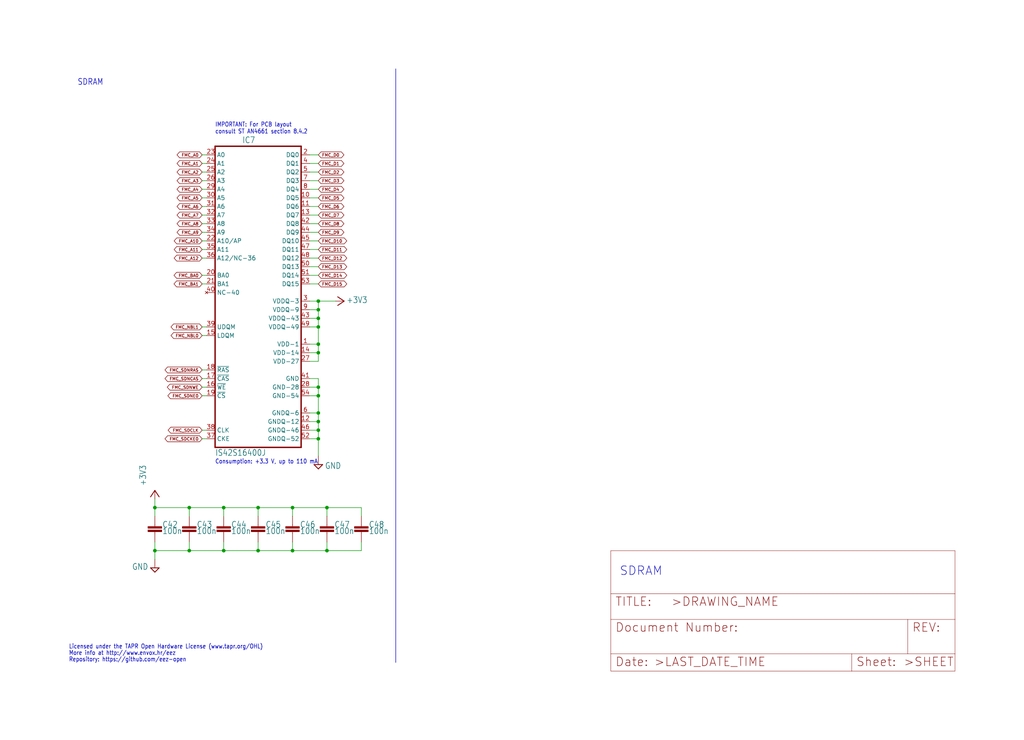
<source format=kicad_sch>
(kicad_sch (version 20230121) (generator eeschema)
  (paper "User" 302.311 218.491)
  (lib_symbols
    (symbol "EEZ_DIB_MCU_r3B4-eagle-import:+3V3" (power)
      (property "Value" "+3V3" (at -2.54 -5.08 90))
      (symbol "+3V3_1_0"
        (polyline (pts (xy 0 0) (xy -1.27 -1.905)) (stroke (width 0.254)))
        (polyline (pts (xy 1.27 -1.905) (xy 0 0)) (stroke (width 0.254)))
        (pin power_in line (at 0 -2.54 90) (length 2.54) (name "+3V3") (number "1"))
      )
    )
    (symbol "EEZ_DIB_MCU_r3B4-eagle-import:C-EUC0603"
      (property "Reference" "C" (at 1.524 0.381 0))
      (property "Value" "C-EUC0603" (at 1.524 -4.699 0))
      (symbol "C-EUC0603_1_0"
        (rectangle (start -2.032 -2.032) (end 2.032 -1.524) (fill (type outline)))
        (rectangle (start -2.032 -1.016) (end 2.032 -0.508) (fill (type outline)))
        (polyline (pts (xy 0 -2.54) (xy 0 -2.032)) (stroke (width 0.1524)))
        (polyline (pts (xy 0 0) (xy 0 -0.508)) (stroke (width 0.1524)))
        (pin passive line (at 0 2.54 270) (length 2.54) (name "1") (number "1"))
        (pin passive line (at 0 -5.08 90) (length 2.54) (name "2") (number "2"))
      )
    )
    (symbol "EEZ_DIB_MCU_r3B4-eagle-import:DINA4_L"
      (symbol "DINA4_L_1_0"
        (polyline (pts (xy 0 0) (xy 264.16 0) (xy 264.16 180.34) (xy 0 180.34) (xy 0 0)))
      )
      (symbol "DINA4_L_2_0"
        (polyline (pts (xy 0 0) (xy 0 5.08)) (stroke (width 0.1016)))
        (polyline (pts (xy 0 0) (xy 71.12 0)) (stroke (width 0.1016)))
        (polyline (pts (xy 0 5.08) (xy 0 15.24)) (stroke (width 0.1016)))
        (polyline (pts (xy 0 5.08) (xy 71.12 5.08)) (stroke (width 0.1016)))
        (polyline (pts (xy 0 15.24) (xy 0 22.86)) (stroke (width 0.1016)))
        (polyline (pts (xy 0 22.86) (xy 0 35.56)) (stroke (width 0.1016)))
        (polyline (pts (xy 0 22.86) (xy 101.6 22.86)) (stroke (width 0.1016)))
        (polyline (pts (xy 71.12 0) (xy 101.6 0)) (stroke (width 0.1016)))
        (polyline (pts (xy 71.12 5.08) (xy 71.12 0)) (stroke (width 0.1016)))
        (polyline (pts (xy 71.12 5.08) (xy 87.63 5.08)) (stroke (width 0.1016)))
        (polyline (pts (xy 87.63 5.08) (xy 101.6 5.08)) (stroke (width 0.1016)))
        (polyline (pts (xy 87.63 15.24) (xy 0 15.24)) (stroke (width 0.1016)))
        (polyline (pts (xy 87.63 15.24) (xy 87.63 5.08)) (stroke (width 0.1016)))
        (polyline (pts (xy 101.6 5.08) (xy 101.6 0)) (stroke (width 0.1016)))
        (polyline (pts (xy 101.6 15.24) (xy 87.63 15.24)) (stroke (width 0.1016)))
        (polyline (pts (xy 101.6 15.24) (xy 101.6 5.08)) (stroke (width 0.1016)))
        (polyline (pts (xy 101.6 22.86) (xy 101.6 15.24)) (stroke (width 0.1016)))
        (polyline (pts (xy 101.6 35.56) (xy 0 35.56)) (stroke (width 0.1016)))
        (polyline (pts (xy 101.6 35.56) (xy 101.6 22.86)) (stroke (width 0.1016)))
        (text ">DRAWING_NAME" (at 17.78 19.05 0) (effects (font (size 2.54 2.54)) (justify left bottom)))
        (text ">LAST_DATE_TIME" (at 12.7 1.27 0) (effects (font (size 2.54 2.54)) (justify left bottom)))
        (text ">SHEET" (at 86.36 1.27 0) (effects (font (size 2.54 2.54)) (justify left bottom)))
        (text "Date:" (at 1.27 1.27 0) (effects (font (size 2.54 2.54)) (justify left bottom)))
        (text "Document Number:" (at 1.27 11.43 0) (effects (font (size 2.54 2.54)) (justify left bottom)))
        (text "REV:" (at 88.9 11.43 0) (effects (font (size 2.54 2.54)) (justify left bottom)))
        (text "Sheet:" (at 72.39 1.27 0) (effects (font (size 2.54 2.54)) (justify left bottom)))
        (text "TITLE:" (at 1.27 19.05 0) (effects (font (size 2.54 2.54)) (justify left bottom)))
      )
    )
    (symbol "EEZ_DIB_MCU_r3B4-eagle-import:GND" (power)
      (property "Value" "GND" (at -1.905 -3.175 0))
      (symbol "GND_1_0"
        (polyline (pts (xy -1.27 0) (xy 1.27 0)) (stroke (width 0.254)))
        (polyline (pts (xy 0 -1.27) (xy -1.27 0)) (stroke (width 0.254)))
        (polyline (pts (xy 1.27 0) (xy 0 -1.27)) (stroke (width 0.254)))
        (pin power_in line (at 0 2.54 270) (length 2.54) (name "GND") (number "1"))
      )
    )
    (symbol "EEZ_DIB_MCU_r3B4-eagle-import:IS42S16400"
      (property "Reference" "IC" (at -4.7244 44.0436 0))
      (property "Value" "IS42S16400" (at -5.3594 -48.6664 0))
      (symbol "IS42S16400_1_0"
        (polyline (pts (xy -12.7 -45.72) (xy 12.7 -45.72)) (stroke (width 0.4064)))
        (polyline (pts (xy -12.7 43.18) (xy -12.7 -45.72)) (stroke (width 0.4064)))
        (polyline (pts (xy 12.7 -45.72) (xy 12.7 43.18)) (stroke (width 0.4064)))
        (polyline (pts (xy 12.7 43.18) (xy -12.7 43.18)) (stroke (width 0.4064)))
        (pin power_in line (at 15.24 -15.24 180) (length 2.54) (name "VDD-1") (number "1"))
        (pin bidirectional line (at 15.24 27.94 180) (length 2.54) (name "DQ5") (number "10"))
        (pin bidirectional line (at 15.24 25.4 180) (length 2.54) (name "DQ6") (number "11"))
        (pin power_in line (at 15.24 -38.1 180) (length 2.54) (name "GNDQ-12") (number "12"))
        (pin bidirectional line (at 15.24 22.86 180) (length 2.54) (name "DQ7") (number "13"))
        (pin power_in line (at 15.24 -17.78 180) (length 2.54) (name "VDD-14") (number "14"))
        (pin input line (at -15.24 -12.7 0) (length 2.54) (name "LDQM") (number "15"))
        (pin input line (at -15.24 -27.94 0) (length 2.54) (name "~{WE}") (number "16"))
        (pin input line (at -15.24 -25.4 0) (length 2.54) (name "~{CAS}") (number "17"))
        (pin input line (at -15.24 -22.86 0) (length 2.54) (name "~{RAS}") (number "18"))
        (pin input line (at -15.24 -30.48 0) (length 2.54) (name "~{CS}") (number "19"))
        (pin bidirectional line (at 15.24 40.64 180) (length 2.54) (name "DQ0") (number "2"))
        (pin input line (at -15.24 5.08 0) (length 2.54) (name "BA0") (number "20"))
        (pin input line (at -15.24 2.54 0) (length 2.54) (name "BA1") (number "21"))
        (pin input line (at -15.24 15.24 0) (length 2.54) (name "A10/AP") (number "22"))
        (pin input line (at -15.24 40.64 0) (length 2.54) (name "A0") (number "23"))
        (pin input line (at -15.24 38.1 0) (length 2.54) (name "A1") (number "24"))
        (pin input line (at -15.24 35.56 0) (length 2.54) (name "A2") (number "25"))
        (pin input line (at -15.24 33.02 0) (length 2.54) (name "A3") (number "26"))
        (pin power_in line (at 15.24 -20.32 180) (length 2.54) (name "VDD-27") (number "27"))
        (pin power_in line (at 15.24 -27.94 180) (length 2.54) (name "GND-28") (number "28"))
        (pin input line (at -15.24 30.48 0) (length 2.54) (name "A4") (number "29"))
        (pin power_in line (at 15.24 -2.54 180) (length 2.54) (name "VDDQ-3") (number "3"))
        (pin input line (at -15.24 27.94 0) (length 2.54) (name "A5") (number "30"))
        (pin input line (at -15.24 25.4 0) (length 2.54) (name "A6") (number "31"))
        (pin input line (at -15.24 22.86 0) (length 2.54) (name "A7") (number "32"))
        (pin input line (at -15.24 20.32 0) (length 2.54) (name "A8") (number "33"))
        (pin input line (at -15.24 17.78 0) (length 2.54) (name "A9") (number "34"))
        (pin input line (at -15.24 12.7 0) (length 2.54) (name "A11") (number "35"))
        (pin passive line (at -15.24 10.16 0) (length 2.54) (name "A12/NC-36") (number "36"))
        (pin input line (at -15.24 -43.18 0) (length 2.54) (name "CKE") (number "37"))
        (pin input line (at -15.24 -40.64 0) (length 2.54) (name "CLK") (number "38"))
        (pin input line (at -15.24 -10.16 0) (length 2.54) (name "UDQM") (number "39"))
        (pin bidirectional line (at 15.24 38.1 180) (length 2.54) (name "DQ1") (number "4"))
        (pin no_connect line (at -15.24 0 0) (length 2.54) (name "NC-40") (number "40"))
        (pin power_in line (at 15.24 -25.4 180) (length 2.54) (name "GND") (number "41"))
        (pin bidirectional line (at 15.24 20.32 180) (length 2.54) (name "DQ8") (number "42"))
        (pin power_in line (at 15.24 -7.62 180) (length 2.54) (name "VDDQ-43") (number "43"))
        (pin bidirectional line (at 15.24 17.78 180) (length 2.54) (name "DQ9") (number "44"))
        (pin bidirectional line (at 15.24 15.24 180) (length 2.54) (name "DQ10") (number "45"))
        (pin power_in line (at 15.24 -40.64 180) (length 2.54) (name "GNDQ-46") (number "46"))
        (pin bidirectional line (at 15.24 12.7 180) (length 2.54) (name "DQ11") (number "47"))
        (pin bidirectional line (at 15.24 10.16 180) (length 2.54) (name "DQ12") (number "48"))
        (pin power_in line (at 15.24 -10.16 180) (length 2.54) (name "VDDQ-49") (number "49"))
        (pin bidirectional line (at 15.24 35.56 180) (length 2.54) (name "DQ2") (number "5"))
        (pin bidirectional line (at 15.24 7.62 180) (length 2.54) (name "DQ13") (number "50"))
        (pin bidirectional line (at 15.24 5.08 180) (length 2.54) (name "DQ14") (number "51"))
        (pin power_in line (at 15.24 -43.18 180) (length 2.54) (name "GNDQ-52") (number "52"))
        (pin bidirectional line (at 15.24 2.54 180) (length 2.54) (name "DQ15") (number "53"))
        (pin power_in line (at 15.24 -30.48 180) (length 2.54) (name "GND-54") (number "54"))
        (pin power_in line (at 15.24 -35.56 180) (length 2.54) (name "GNDQ-6") (number "6"))
        (pin bidirectional line (at 15.24 33.02 180) (length 2.54) (name "DQ3") (number "7"))
        (pin bidirectional line (at 15.24 30.48 180) (length 2.54) (name "DQ4") (number "8"))
        (pin power_in line (at 15.24 -5.08 180) (length 2.54) (name "VDDQ-9") (number "9"))
      )
    )
  )
  (junction (at 93.98 91.44))
  (junction (at 93.98 129.54))
  (junction (at 66.04 149.86))
  (junction (at 93.98 96.52))
  (junction (at 86.36 162.56))
  (junction (at 93.98 127))
  (junction (at 96.52 162.56))
  (junction (at 76.2 162.56))
  (junction (at 93.98 88.9))
  (junction (at 55.88 149.86))
  (junction (at 93.98 114.3))
  (junction (at 93.98 116.84))
  (junction (at 55.88 162.56))
  (junction (at 93.98 93.98))
  (junction (at 93.98 101.6))
  (junction (at 93.98 104.14))
  (junction (at 93.98 121.92))
  (junction (at 96.52 149.86))
  (junction (at 66.04 162.56))
  (junction (at 93.98 124.46))
  (junction (at 86.36 149.86))
  (junction (at 45.72 162.56))
  (junction (at 76.2 149.86))
  (junction (at 45.72 149.86))
  (wire (pts (xy 93.98 129.54) (xy 91.44 129.54)))
  (wire (pts (xy 91.44 73.66) (xy 93.98 73.66)))
  (wire (pts (xy 60.96 129.54) (xy 59.69 129.54)))
  (wire (pts (xy 91.44 111.76) (xy 93.98 111.76)))
  (wire (pts (xy 55.88 162.56) (xy 66.04 162.56)))
  (wire (pts (xy 60.96 109.22) (xy 59.69 109.22)))
  (wire (pts (xy 91.44 60.96) (xy 93.98 60.96)))
  (wire (pts (xy 91.44 50.8) (xy 93.98 50.8)))
  (wire (pts (xy 93.98 93.98) (xy 93.98 96.52)))
  (wire (pts (xy 96.52 149.86) (xy 96.52 152.4)))
  (wire (pts (xy 60.96 81.28) (xy 59.69 81.28)))
  (wire (pts (xy 60.96 99.06) (xy 59.69 99.06)))
  (wire (pts (xy 76.2 162.56) (xy 76.2 160.02)))
  (wire (pts (xy 91.44 53.34) (xy 93.98 53.34)))
  (wire (pts (xy 45.72 149.86) (xy 55.88 149.86)))
  (wire (pts (xy 91.44 116.84) (xy 93.98 116.84)))
  (wire (pts (xy 76.2 152.4) (xy 76.2 149.86)))
  (wire (pts (xy 59.69 76.2) (xy 60.96 76.2)))
  (wire (pts (xy 106.68 162.56) (xy 106.68 160.02)))
  (wire (pts (xy 91.44 114.3) (xy 93.98 114.3)))
  (wire (pts (xy 91.44 81.28) (xy 93.98 81.28)))
  (wire (pts (xy 91.44 93.98) (xy 93.98 93.98)))
  (wire (pts (xy 93.98 101.6) (xy 93.98 104.14)))
  (polyline (pts (xy 116.84 83.82) (xy 116.84 127)))
  (wire (pts (xy 76.2 149.86) (xy 86.36 149.86)))
  (wire (pts (xy 93.98 124.46) (xy 93.98 127)))
  (wire (pts (xy 60.96 96.52) (xy 59.69 96.52)))
  (wire (pts (xy 86.36 152.4) (xy 86.36 149.86)))
  (wire (pts (xy 91.44 121.92) (xy 93.98 121.92)))
  (wire (pts (xy 93.98 88.9) (xy 93.98 91.44)))
  (wire (pts (xy 96.52 162.56) (xy 96.52 160.02)))
  (wire (pts (xy 91.44 55.88) (xy 93.98 55.88)))
  (wire (pts (xy 59.69 58.42) (xy 60.96 58.42)))
  (wire (pts (xy 59.69 71.12) (xy 60.96 71.12)))
  (wire (pts (xy 91.44 127) (xy 93.98 127)))
  (wire (pts (xy 55.88 149.86) (xy 66.04 149.86)))
  (wire (pts (xy 86.36 149.86) (xy 96.52 149.86)))
  (wire (pts (xy 91.44 63.5) (xy 93.98 63.5)))
  (wire (pts (xy 45.72 149.86) (xy 45.72 147.32)))
  (wire (pts (xy 93.98 96.52) (xy 93.98 101.6)))
  (wire (pts (xy 66.04 162.56) (xy 66.04 160.02)))
  (wire (pts (xy 59.69 68.58) (xy 60.96 68.58)))
  (wire (pts (xy 93.98 116.84) (xy 93.98 121.92)))
  (wire (pts (xy 93.98 88.9) (xy 99.06 88.9)))
  (wire (pts (xy 96.52 149.86) (xy 106.68 149.86)))
  (wire (pts (xy 91.44 104.14) (xy 93.98 104.14)))
  (wire (pts (xy 93.98 104.14) (xy 93.98 106.68)))
  (wire (pts (xy 66.04 152.4) (xy 66.04 149.86)))
  (wire (pts (xy 86.36 162.56) (xy 96.52 162.56)))
  (wire (pts (xy 91.44 48.26) (xy 93.98 48.26)))
  (wire (pts (xy 60.96 116.84) (xy 59.69 116.84)))
  (wire (pts (xy 93.98 114.3) (xy 93.98 116.84)))
  (wire (pts (xy 93.98 127) (xy 93.98 129.54)))
  (wire (pts (xy 106.68 149.86) (xy 106.68 152.4)))
  (wire (pts (xy 60.96 83.82) (xy 59.69 83.82)))
  (wire (pts (xy 55.88 162.56) (xy 55.88 160.02)))
  (wire (pts (xy 93.98 134.62) (xy 93.98 129.54)))
  (wire (pts (xy 91.44 124.46) (xy 93.98 124.46)))
  (wire (pts (xy 86.36 162.56) (xy 86.36 160.02)))
  (wire (pts (xy 55.88 152.4) (xy 55.88 149.86)))
  (wire (pts (xy 91.44 76.2) (xy 93.98 76.2)))
  (wire (pts (xy 59.69 45.72) (xy 60.96 45.72)))
  (wire (pts (xy 91.44 91.44) (xy 93.98 91.44)))
  (wire (pts (xy 45.72 165.1) (xy 45.72 162.56)))
  (wire (pts (xy 45.72 152.4) (xy 45.72 149.86)))
  (wire (pts (xy 91.44 68.58) (xy 93.98 68.58)))
  (wire (pts (xy 60.96 114.3) (xy 59.69 114.3)))
  (wire (pts (xy 59.69 48.26) (xy 60.96 48.26)))
  (wire (pts (xy 66.04 149.86) (xy 76.2 149.86)))
  (wire (pts (xy 59.69 53.34) (xy 60.96 53.34)))
  (wire (pts (xy 59.69 50.8) (xy 60.96 50.8)))
  (wire (pts (xy 59.69 63.5) (xy 60.96 63.5)))
  (wire (pts (xy 91.44 78.74) (xy 93.98 78.74)))
  (wire (pts (xy 60.96 111.76) (xy 59.69 111.76)))
  (wire (pts (xy 66.04 162.56) (xy 76.2 162.56)))
  (wire (pts (xy 93.98 121.92) (xy 93.98 124.46)))
  (wire (pts (xy 59.69 73.66) (xy 60.96 73.66)))
  (wire (pts (xy 91.44 58.42) (xy 93.98 58.42)))
  (wire (pts (xy 45.72 162.56) (xy 45.72 160.02)))
  (wire (pts (xy 60.96 127) (xy 59.69 127)))
  (wire (pts (xy 91.44 71.12) (xy 93.98 71.12)))
  (wire (pts (xy 91.44 45.72) (xy 93.98 45.72)))
  (wire (pts (xy 59.69 60.96) (xy 60.96 60.96)))
  (wire (pts (xy 91.44 83.82) (xy 93.98 83.82)))
  (wire (pts (xy 91.44 96.52) (xy 93.98 96.52)))
  (wire (pts (xy 91.44 88.9) (xy 93.98 88.9)))
  (polyline (pts (xy 116.84 20.32) (xy 116.84 83.82)))
  (wire (pts (xy 45.72 162.56) (xy 55.88 162.56)))
  (polyline (pts (xy 116.84 127) (xy 116.84 195.58)))
  (wire (pts (xy 93.98 91.44) (xy 93.98 93.98)))
  (wire (pts (xy 93.98 111.76) (xy 93.98 114.3)))
  (wire (pts (xy 96.52 162.56) (xy 106.68 162.56)))
  (wire (pts (xy 59.69 55.88) (xy 60.96 55.88)))
  (wire (pts (xy 93.98 106.68) (xy 91.44 106.68)))
  (wire (pts (xy 91.44 66.04) (xy 93.98 66.04)))
  (wire (pts (xy 59.69 66.04) (xy 60.96 66.04)))
  (wire (pts (xy 76.2 162.56) (xy 86.36 162.56)))
  (wire (pts (xy 91.44 101.6) (xy 93.98 101.6)))
  (text "More info at http://www.envox.hr/eez" (at 20.32 193.675 0) (effects (font (size 1.27 1.0795)) (justify left bottom)))
  (text "SDRAM" (at 182.88 170.18 0) (effects (font (size 2.54 2.54)) (justify left bottom)))
  (text "Licensed under the TAPR Open Hardware License (www.tapr.org/OHL)" (at 20.32 191.77 0) (effects (font (size 1.27 1.0795)) (justify left bottom)))
  (text "Repository: https://github.com/eez-open" (at 20.32 195.58 0) (effects (font (size 1.27 1.0795)) (justify left bottom)))
  (text "IMPORTANT: For PCB layout\nconsult ST AN4661 section 8.4.2" (at 63.5 36.195 0) (effects (font (size 1.27 1.0795)) (justify left top)))
  (text "Consumption: +3.3 V, up to 110 mA" (at 63.5 137.16 0) (effects (font (size 1.27 1.0795)) (justify left bottom)))
  (text "SDRAM" (at 22.86 25.4 0) (effects (font (size 1.778 1.5113)) (justify left bottom)))
  (global_label "FMC_BA1" (shape bidirectional) (at 59.69 83.82 180) (effects (font (size 0.889 0.889))) (property "Intersheetrefs" "${INTERSHEET_REFS}" (effects hide)))
  (global_label "FMC_D15" (shape bidirectional) (at 93.98 83.82 0) (effects (font (size 0.889 0.889))) (property "Intersheetrefs" "${INTERSHEET_REFS}" (effects hide)))
  (global_label "FMC_A6" (shape bidirectional) (at 59.69 60.96 180) (effects (font (size 0.889 0.889))) (property "Intersheetrefs" "${INTERSHEET_REFS}" (effects hide)))
  (global_label "FMC_A0" (shape bidirectional) (at 59.69 45.72 180) (effects (font (size 0.889 0.889))) (property "Intersheetrefs" "${INTERSHEET_REFS}" (effects hide)))
  (global_label "FMC_D3" (shape bidirectional) (at 93.98 53.34 0) (effects (font (size 0.889 0.889))) (property "Intersheetrefs" "${INTERSHEET_REFS}" (effects hide)))
  (global_label "FMC_A12" (shape bidirectional) (at 59.69 76.2 180) (effects (font (size 0.889 0.889))) (property "Intersheetrefs" "${INTERSHEET_REFS}" (effects hide)))
  (global_label "FMC_A4" (shape bidirectional) (at 59.69 55.88 180) (effects (font (size 0.889 0.889))) (property "Intersheetrefs" "${INTERSHEET_REFS}" (effects hide)))
  (global_label "FMC_SDCKE0" (shape bidirectional) (at 59.69 129.54 180) (effects (font (size 0.889 0.889))) (property "Intersheetrefs" "${INTERSHEET_REFS}" (effects hide)))
  (global_label "FMC_A8" (shape bidirectional) (at 59.69 66.04 180) (effects (font (size 0.889 0.889))) (property "Intersheetrefs" "${INTERSHEET_REFS}" (effects hide)))
  (global_label "FMC_BA0" (shape bidirectional) (at 59.69 81.28 180) (effects (font (size 0.889 0.889))) (property "Intersheetrefs" "${INTERSHEET_REFS}" (effects hide)))
  (global_label "FMC_D13" (shape bidirectional) (at 93.98 78.74 0) (effects (font (size 0.889 0.889))) (property "Intersheetrefs" "${INTERSHEET_REFS}" (effects hide)))
  (global_label "FMC_NBL1" (shape bidirectional) (at 59.69 96.52 180) (effects (font (size 0.889 0.889))) (property "Intersheetrefs" "${INTERSHEET_REFS}" (effects hide)))
  (global_label "FMC_NBL0" (shape bidirectional) (at 59.69 99.06 180) (effects (font (size 0.889 0.889))) (property "Intersheetrefs" "${INTERSHEET_REFS}" (effects hide)))
  (global_label "FMC_A5" (shape bidirectional) (at 59.69 58.42 180) (effects (font (size 0.889 0.889))) (property "Intersheetrefs" "${INTERSHEET_REFS}" (effects hide)))
  (global_label "FMC_A1" (shape bidirectional) (at 59.69 48.26 180) (effects (font (size 0.889 0.889))) (property "Intersheetrefs" "${INTERSHEET_REFS}" (effects hide)))
  (global_label "FMC_D9" (shape bidirectional) (at 93.98 68.58 0) (effects (font (size 0.889 0.889))) (property "Intersheetrefs" "${INTERSHEET_REFS}" (effects hide)))
  (global_label "FMC_SDNE0" (shape bidirectional) (at 59.69 116.84 180) (effects (font (size 0.889 0.889))) (property "Intersheetrefs" "${INTERSHEET_REFS}" (effects hide)))
  (global_label "FMC_D5" (shape bidirectional) (at 93.98 58.42 0) (effects (font (size 0.889 0.889))) (property "Intersheetrefs" "${INTERSHEET_REFS}" (effects hide)))
  (global_label "FMC_A7" (shape bidirectional) (at 59.69 63.5 180) (effects (font (size 0.889 0.889))) (property "Intersheetrefs" "${INTERSHEET_REFS}" (effects hide)))
  (global_label "FMC_SDNWE" (shape bidirectional) (at 59.69 114.3 180) (effects (font (size 0.889 0.889))) (property "Intersheetrefs" "${INTERSHEET_REFS}" (effects hide)))
  (global_label "FMC_SDNCAS" (shape bidirectional) (at 59.69 111.76 180) (effects (font (size 0.889 0.889))) (property "Intersheetrefs" "${INTERSHEET_REFS}" (effects hide)))
  (global_label "FMC_D14" (shape bidirectional) (at 93.98 81.28 0) (effects (font (size 0.889 0.889))) (property "Intersheetrefs" "${INTERSHEET_REFS}" (effects hide)))
  (global_label "FMC_A10" (shape bidirectional) (at 59.69 71.12 180) (effects (font (size 0.889 0.889))) (property "Intersheetrefs" "${INTERSHEET_REFS}" (effects hide)))
  (global_label "FMC_D4" (shape bidirectional) (at 93.98 55.88 0) (effects (font (size 0.889 0.889))) (property "Intersheetrefs" "${INTERSHEET_REFS}" (effects hide)))
  (global_label "FMC_A11" (shape bidirectional) (at 59.69 73.66 180) (effects (font (size 0.889 0.889))) (property "Intersheetrefs" "${INTERSHEET_REFS}" (effects hide)))
  (global_label "FMC_D11" (shape bidirectional) (at 93.98 73.66 0) (effects (font (size 0.889 0.889))) (property "Intersheetrefs" "${INTERSHEET_REFS}" (effects hide)))
  (global_label "FMC_A3" (shape bidirectional) (at 59.69 53.34 180) (effects (font (size 0.889 0.889))) (property "Intersheetrefs" "${INTERSHEET_REFS}" (effects hide)))
  (global_label "FMC_SDNRAS" (shape bidirectional) (at 59.69 109.22 180) (effects (font (size 0.889 0.889))) (property "Intersheetrefs" "${INTERSHEET_REFS}" (effects hide)))
  (global_label "FMC_D1" (shape bidirectional) (at 93.98 48.26 0) (effects (font (size 0.889 0.889))) (property "Intersheetrefs" "${INTERSHEET_REFS}" (effects hide)))
  (global_label "FMC_D8" (shape bidirectional) (at 93.98 66.04 0) (effects (font (size 0.889 0.889))) (property "Intersheetrefs" "${INTERSHEET_REFS}" (effects hide)))
  (global_label "FMC_A2" (shape bidirectional) (at 59.69 50.8 180) (effects (font (size 0.889 0.889))) (property "Intersheetrefs" "${INTERSHEET_REFS}" (effects hide)))
  (global_label "FMC_SDCLK" (shape bidirectional) (at 59.69 127 180) (effects (font (size 0.889 0.889))) (property "Intersheetrefs" "${INTERSHEET_REFS}" (effects hide)))
  (global_label "FMC_D7" (shape bidirectional) (at 93.98 63.5 0) (effects (font (size 0.889 0.889))) (property "Intersheetrefs" "${INTERSHEET_REFS}" (effects hide)))
  (global_label "FMC_D6" (shape bidirectional) (at 93.98 60.96 0) (effects (font (size 0.889 0.889))) (property "Intersheetrefs" "${INTERSHEET_REFS}" (effects hide)))
  (global_label "FMC_A9" (shape bidirectional) (at 59.69 68.58 180) (effects (font (size 0.889 0.889))) (property "Intersheetrefs" "${INTERSHEET_REFS}" (effects hide)))
  (global_label "FMC_D10" (shape bidirectional) (at 93.98 71.12 0) (effects (font (size 0.889 0.889))) (property "Intersheetrefs" "${INTERSHEET_REFS}" (effects hide)))
  (global_label "FMC_D0" (shape bidirectional) (at 93.98 45.72 0) (effects (font (size 0.889 0.889))) (property "Intersheetrefs" "${INTERSHEET_REFS}" (effects hide)))
  (global_label "FMC_D2" (shape bidirectional) (at 93.98 50.8 0) (effects (font (size 0.889 0.889))) (property "Intersheetrefs" "${INTERSHEET_REFS}" (effects hide)))
  (global_label "FMC_D12" (shape bidirectional) (at 93.98 76.2 0) (effects (font (size 0.889 0.889))) (property "Intersheetrefs" "${INTERSHEET_REFS}" (effects hide)))
  (symbol (lib_id "EEZ_DIB_MCU_r3B4-eagle-import:+3V3") (at 101.6 88.9 270) (unit 1)
    (property "Reference" "#+3V0317" (effects hide))
    (property "Value" "+3V3" (at 102.235 89.535 90) (effects (font (size 1.778 1.5113)) (justify left bottom)))
    (property "Footprint" "EEZ_DIB_MCU_r3B4:" (effects hide))
  )
  (symbol (lib_id "EEZ_DIB_MCU_r3B4-eagle-import:GND") (at 93.98 137.16 0) (mirror y) (unit 1)
    (property "Reference" "#SUPPLY042" (effects hide))
    (property "Value" "GND" (at 95.885 136.525 0) (effects (font (size 1.778 1.5113)) (justify right top)))
    (property "Footprint" "EEZ_DIB_MCU_r3B4:" (effects hide))
  )
  (symbol (lib_id "EEZ_DIB_MCU_r3B4-eagle-import:GND") (at 45.72 167.64 0) (mirror y) (unit 1)
    (property "Reference" "#SUPPLY045" (effects hide))
    (property "Value" "GND" (at 43.815 168.275 0) (effects (font (size 1.778 1.5113)) (justify left bottom)))
    (property "Footprint" "EEZ_DIB_MCU_r3B4:" (effects hide))
  )
  (symbol (lib_id "EEZ_DIB_MCU_r3B4-eagle-import:C-EUC0603") (at 96.52 154.94 0) (unit 1)
    (property "Reference" "C47" (at 98.679 155.829 0) (effects (font (size 1.778 1.5113)) (justify left bottom)))
    (property "Value" "100n" (at 98.679 157.734 0) (effects (font (size 1.778 1.5113)) (justify left bottom)))
    (property "Footprint" "EEZ_DIB_MCU_r3B4:C0603" (effects hide))
  )
  (symbol (lib_id "EEZ_DIB_MCU_r3B4-eagle-import:DINA4_L") (at 180.34 198.12 0) (unit 2)
    (property "Reference" "#FRAME3" (effects hide))
    (property "Value" "DINA4_L" (effects hide))
    (property "Footprint" "EEZ_DIB_MCU_r3B4:" (effects hide))
  )
  (symbol (lib_id "EEZ_DIB_MCU_r3B4-eagle-import:C-EUC0603") (at 45.72 154.94 0) (unit 1)
    (property "Reference" "C42" (at 47.879 155.829 0) (effects (font (size 1.778 1.5113)) (justify left bottom)))
    (property "Value" "100n" (at 47.879 157.734 0) (effects (font (size 1.778 1.5113)) (justify left bottom)))
    (property "Footprint" "EEZ_DIB_MCU_r3B4:C0603" (effects hide))
  )
  (symbol (lib_id "EEZ_DIB_MCU_r3B4-eagle-import:+3V3") (at 45.72 144.78 0) (unit 1)
    (property "Reference" "#+3V0321" (effects hide))
    (property "Value" "+3V3" (at 43.18 143.51 90) (effects (font (size 1.778 1.5113)) (justify left bottom)))
    (property "Footprint" "EEZ_DIB_MCU_r3B4:" (effects hide))
  )
  (symbol (lib_id "EEZ_DIB_MCU_r3B4-eagle-import:C-EUC0603") (at 106.68 154.94 0) (unit 1)
    (property "Reference" "C48" (at 108.839 155.829 0) (effects (font (size 1.778 1.5113)) (justify left bottom)))
    (property "Value" "100n" (at 108.839 157.734 0) (effects (font (size 1.778 1.5113)) (justify left bottom)))
    (property "Footprint" "EEZ_DIB_MCU_r3B4:C0603" (effects hide))
  )
  (symbol (lib_id "EEZ_DIB_MCU_r3B4-eagle-import:C-EUC0603") (at 55.88 154.94 0) (unit 1)
    (property "Reference" "C43" (at 58.039 155.829 0) (effects (font (size 1.778 1.5113)) (justify left bottom)))
    (property "Value" "100n" (at 58.039 157.734 0) (effects (font (size 1.778 1.5113)) (justify left bottom)))
    (property "Footprint" "EEZ_DIB_MCU_r3B4:C0603" (effects hide))
  )
  (symbol (lib_id "EEZ_DIB_MCU_r3B4-eagle-import:C-EUC0603") (at 76.2 154.94 0) (unit 1)
    (property "Reference" "C45" (at 78.359 155.829 0) (effects (font (size 1.778 1.5113)) (justify left bottom)))
    (property "Value" "100n" (at 78.359 157.734 0) (effects (font (size 1.778 1.5113)) (justify left bottom)))
    (property "Footprint" "EEZ_DIB_MCU_r3B4:C0603" (effects hide))
  )
  (symbol (lib_id "EEZ_DIB_MCU_r3B4-eagle-import:C-EUC0603") (at 86.36 154.94 0) (unit 1)
    (property "Reference" "C46" (at 88.519 155.829 0) (effects (font (size 1.778 1.5113)) (justify left bottom)))
    (property "Value" "100n" (at 88.519 157.734 0) (effects (font (size 1.778 1.5113)) (justify left bottom)))
    (property "Footprint" "EEZ_DIB_MCU_r3B4:C0603" (effects hide))
  )
  (symbol (lib_id "EEZ_DIB_MCU_r3B4-eagle-import:IS42S16400") (at 76.2 86.36 0) (unit 1)
    (property "Reference" "IC7" (at 71.4756 42.3164 0) (effects (font (size 1.778 1.5113)) (justify left bottom)))
    (property "Value" "IS42S16400J" (at 63.5 134.62 0) (effects (font (size 1.778 1.5113)) (justify left bottom)))
    (property "Footprint" "EEZ_DIB_MCU_r3B4:TSOPII-54" (effects hide))
  )
  (symbol (lib_id "EEZ_DIB_MCU_r3B4-eagle-import:C-EUC0603") (at 66.04 154.94 0) (unit 1)
    (property "Reference" "C44" (at 68.199 155.829 0) (effects (font (size 1.778 1.5113)) (justify left bottom)))
    (property "Value" "100n" (at 68.199 157.734 0) (effects (font (size 1.778 1.5113)) (justify left bottom)))
    (property "Footprint" "EEZ_DIB_MCU_r3B4:C0603" (effects hide))
  )
)
</source>
